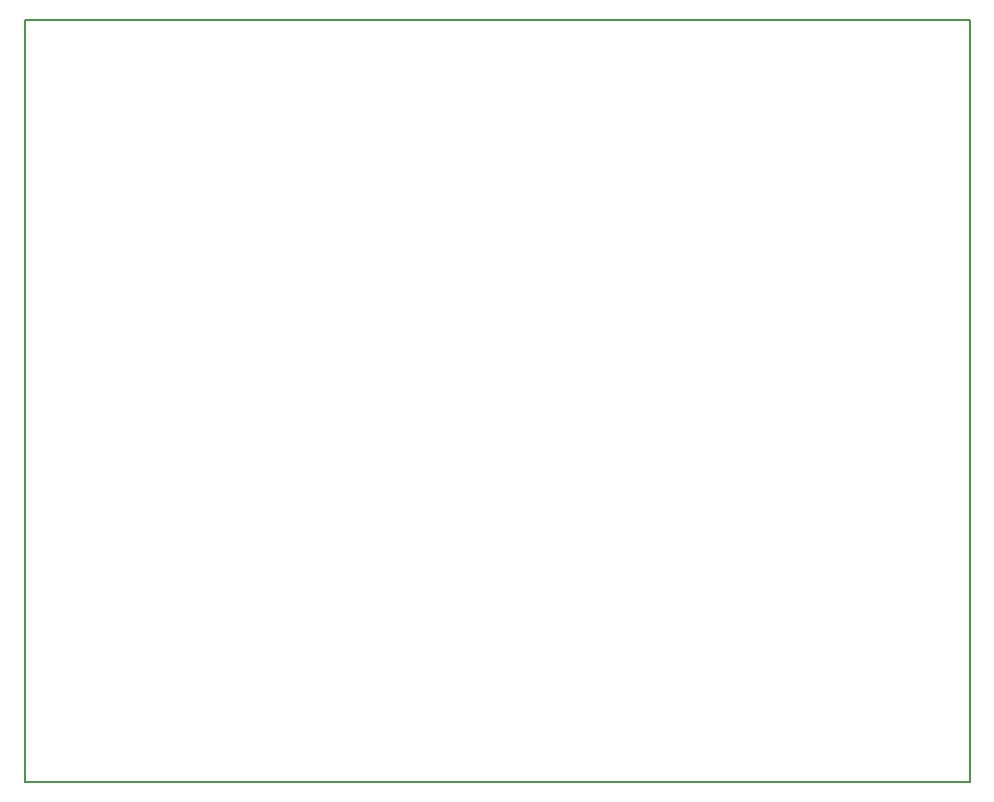
<source format=gbr>
G04 #@! TF.FileFunction,Profile,NP*
%FSLAX46Y46*%
G04 Gerber Fmt 4.6, Leading zero omitted, Abs format (unit mm)*
G04 Created by KiCad (PCBNEW 4.0.7) date Tuesday, 06 '06e' March '06e' 2018, 22:38:06*
%MOMM*%
%LPD*%
G01*
G04 APERTURE LIST*
%ADD10C,0.100000*%
%ADD11C,0.200000*%
G04 APERTURE END LIST*
D10*
D11*
X169700000Y-157600000D02*
X169700000Y-93100000D01*
X89700000Y-157600000D02*
X169700000Y-157600000D01*
X89700000Y-93100000D02*
X89700000Y-157600000D01*
X169700000Y-93100000D02*
X89700000Y-93100000D01*
M02*

</source>
